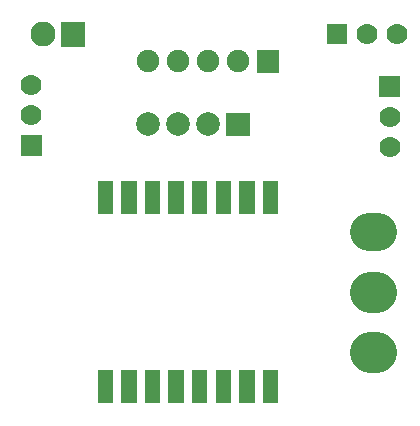
<source format=gts>
G04 Layer: TopSolderMaskLayer*
G04 EasyEDA v6.1.30, Mon, 22 Apr 2019 04:26:04 GMT*
G04 3299eb1e32c44027902f169d4311eafc,c4e59543e3c44a9793b0b0a188f79ba1,10*
G04 Gerber Generator version 0.2*
G04 Scale: 100 percent, Rotated: No, Reflected: No *
G04 Dimensions in millimeters *
G04 leading zeros omitted , absolute positions ,3 integer and 3 decimal *
%FSLAX33Y33*%
%MOMM*%
G90*
G71D02*

%ADD29C,3.505200*%
%ADD30C,3.251200*%
%ADD32C,1.903197*%
%ADD33C,1.778000*%
%ADD34R,1.778000X1.778000*%
%ADD36C,2.003196*%
%ADD38C,2.103196*%

%LPD*%
G54D29*
G01X32512Y18034D02*
G01X32004Y18034D01*
G54D30*
G01X32639Y23114D02*
G01X31877Y23114D01*
G54D29*
G01X32512Y12954D02*
G01X32004Y12954D01*
G36*
G01X22416Y36639D02*
G01X22416Y38544D01*
G01X24321Y38544D01*
G01X24321Y36639D01*
G01X22416Y36639D01*
G37*
G54D32*
G01X20828Y37592D03*
G01X18288Y37592D03*
G01X15748Y37592D03*
G01X13208Y37592D03*
G54D33*
G01X3302Y35560D03*
G01X3302Y33020D03*
G36*
G01X2413Y29591D02*
G01X2413Y31369D01*
G01X4191Y31369D01*
G01X4191Y29591D01*
G01X2413Y29591D01*
G37*
G01X33655Y30353D03*
G01X33655Y32893D03*
G36*
G01X32766Y34544D02*
G01X32766Y36322D01*
G01X34544Y36322D01*
G01X34544Y34544D01*
G01X32766Y34544D01*
G37*
G01X34290Y39878D03*
G01X31750Y39878D03*
G54D34*
G01X29210Y39878D03*
G36*
G01X19828Y31257D02*
G01X19828Y33258D01*
G01X21829Y33258D01*
G01X21829Y31257D01*
G01X19828Y31257D01*
G37*
G54D36*
G01X18288Y32258D03*
G01X15748Y32258D03*
G01X13208Y32258D03*
G36*
G01X5807Y38826D02*
G01X5807Y40929D01*
G01X7910Y40929D01*
G01X7910Y38826D01*
G01X5807Y38826D01*
G37*
G54D38*
G01X4318Y39878D03*
G36*
G01X8931Y8633D02*
G01X8931Y11435D01*
G01X10234Y11435D01*
G01X10234Y8633D01*
G01X8931Y8633D01*
G37*
G36*
G01X10933Y8633D02*
G01X10933Y11437D01*
G01X12236Y11437D01*
G01X12236Y8633D01*
G01X10933Y8633D01*
G37*
G36*
G01X12929Y8633D02*
G01X12929Y11435D01*
G01X14232Y11435D01*
G01X14232Y8633D01*
G01X12929Y8633D01*
G37*
G36*
G01X14931Y8633D02*
G01X14931Y11435D01*
G01X16234Y11435D01*
G01X16234Y8633D01*
G01X14931Y8633D01*
G37*
G36*
G01X16930Y8633D02*
G01X16930Y11435D01*
G01X18233Y11435D01*
G01X18233Y8633D01*
G01X16930Y8633D01*
G37*
G36*
G01X18931Y8633D02*
G01X18931Y11435D01*
G01X20234Y11435D01*
G01X20234Y8633D01*
G01X18931Y8633D01*
G37*
G36*
G01X20930Y8633D02*
G01X20930Y11435D01*
G01X22233Y11435D01*
G01X22233Y8633D01*
G01X20930Y8633D01*
G37*
G36*
G01X22929Y8633D02*
G01X22929Y11435D01*
G01X24232Y11435D01*
G01X24232Y8633D01*
G01X22929Y8633D01*
G37*
G36*
G01X22929Y24632D02*
G01X22929Y27434D01*
G01X24232Y27434D01*
G01X24232Y24632D01*
G01X22929Y24632D01*
G37*
G36*
G01X20930Y24632D02*
G01X20930Y27434D01*
G01X22233Y27434D01*
G01X22233Y24632D01*
G01X20930Y24632D01*
G37*
G36*
G01X18931Y24632D02*
G01X18931Y27434D01*
G01X20234Y27434D01*
G01X20234Y24632D01*
G01X18931Y24632D01*
G37*
G36*
G01X16930Y24632D02*
G01X16930Y27434D01*
G01X18233Y27434D01*
G01X18233Y24632D01*
G01X16930Y24632D01*
G37*
G36*
G01X14931Y24632D02*
G01X14931Y27434D01*
G01X16234Y27434D01*
G01X16234Y24632D01*
G01X14931Y24632D01*
G37*
G36*
G01X12929Y24632D02*
G01X12929Y27434D01*
G01X14232Y27434D01*
G01X14232Y24632D01*
G01X12929Y24632D01*
G37*
G36*
G01X10930Y24632D02*
G01X10930Y27434D01*
G01X12233Y27434D01*
G01X12233Y24632D01*
G01X10930Y24632D01*
G37*
G36*
G01X8931Y24632D02*
G01X8931Y27434D01*
G01X10234Y27434D01*
G01X10234Y24632D01*
G01X8931Y24632D01*
G37*
M00*
M02*

</source>
